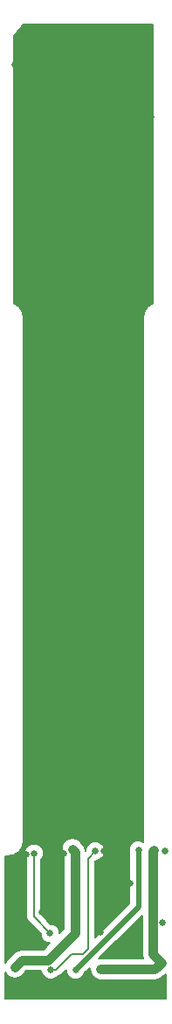
<source format=gbl>
G04 #@! TF.FileFunction,Copper,L6,Bot,Signal*
%FSLAX46Y46*%
G04 Gerber Fmt 4.6, Leading zero omitted, Abs format (unit mm)*
G04 Created by KiCad (PCBNEW 4.0.2-stable) date 11/15/2017 1:36:56 PM*
%MOMM*%
G01*
G04 APERTURE LIST*
%ADD10C,0.050000*%
%ADD11C,0.635000*%
%ADD12C,0.152400*%
%ADD13C,0.889000*%
%ADD14C,0.508000*%
%ADD15C,0.203200*%
G04 APERTURE END LIST*
D10*
D11*
X33218742Y-104234415D03*
X39263942Y-103929615D03*
X43023142Y-103955015D03*
X37104508Y-103953391D03*
X36546142Y-106012415D03*
X39619542Y-107130015D03*
X36774742Y-111803615D03*
X29517247Y-104287681D03*
X31059742Y-109924015D03*
X30475542Y-112489415D03*
X30551742Y-116807415D03*
X39721142Y-112286215D03*
X39746542Y-117086815D03*
X42743742Y-110914615D03*
X41626142Y-32809615D03*
X41524542Y-30269615D03*
X41499142Y-27450215D03*
X35067862Y-35461375D03*
X31069902Y-35369935D03*
X28453702Y-27800735D03*
X38994702Y-24803535D03*
X30978462Y-24996575D03*
X35108502Y-24635895D03*
X28443542Y-115258015D03*
X33929942Y-103878815D03*
X34260142Y-111956015D03*
X41905542Y-103904215D03*
X36774742Y-115435815D03*
X42667542Y-114775415D03*
X30297742Y-104183615D03*
X31872542Y-111956015D03*
X40432342Y-103904215D03*
X34336342Y-115486615D03*
X36266742Y-103980415D03*
X31897942Y-115461215D03*
D12*
X41829342Y-27475615D02*
X41829342Y-29964815D01*
X41829342Y-29964815D02*
X41524542Y-30269615D01*
D13*
X28443542Y-115258015D02*
X29154743Y-114546814D01*
X29154743Y-114546814D02*
X31669343Y-114546814D01*
X31669343Y-114546814D02*
X33942643Y-112273514D01*
X33942643Y-112273514D02*
X34260142Y-111956015D01*
X34260142Y-111956015D02*
X34260142Y-104018077D01*
X34260142Y-104018077D02*
X34146917Y-103904852D01*
X34146917Y-103904852D02*
X34025411Y-103783346D01*
D14*
X34260142Y-111956015D02*
X34260142Y-104209015D01*
X34260142Y-104209015D02*
X33929942Y-103878815D01*
D13*
X42667542Y-114775415D02*
X41829341Y-113937214D01*
X41829341Y-103980416D02*
X41905542Y-103904215D01*
X41829341Y-113937214D02*
X41829341Y-103980416D01*
X36774742Y-115435815D02*
X42007142Y-115435815D01*
X42007142Y-115435815D02*
X42667542Y-114775415D01*
D15*
X31872542Y-111956015D02*
X30272342Y-110355815D01*
X30272342Y-110355815D02*
X30272342Y-104209015D01*
X30272342Y-104209015D02*
X30297742Y-104183615D01*
D14*
X34336342Y-115486615D02*
X40432342Y-109390615D01*
X40432342Y-109390615D02*
X40432342Y-109368091D01*
X40432342Y-109368091D02*
X40432342Y-103904215D01*
D15*
X35530142Y-113480015D02*
X35530142Y-104717015D01*
X35530142Y-104717015D02*
X36266742Y-103980415D01*
X35047542Y-113962615D02*
X35530142Y-113480015D01*
X33929942Y-113962615D02*
X35047542Y-113962615D01*
X32431342Y-115461215D02*
X33929942Y-113962615D01*
X31897942Y-115461215D02*
X32431342Y-115461215D01*
G36*
X35728642Y-115435815D02*
X35808272Y-115836140D01*
X36035038Y-116175519D01*
X36374417Y-116402285D01*
X36774742Y-116481915D01*
X42007142Y-116481915D01*
X42407467Y-116402285D01*
X42746846Y-116175519D01*
X43058231Y-115864134D01*
X43057850Y-118264415D01*
X27519512Y-118264415D01*
X27517894Y-115719435D01*
X27703838Y-115997719D01*
X28043217Y-116224485D01*
X28443542Y-116304114D01*
X28843867Y-116224485D01*
X29183246Y-115997719D01*
X29588051Y-115592914D01*
X30978727Y-115592914D01*
X30978683Y-115643233D01*
X31118313Y-115981163D01*
X31376634Y-116239936D01*
X31714320Y-116380155D01*
X32079960Y-116380474D01*
X32417890Y-116240844D01*
X32510158Y-116148738D01*
X32700445Y-116110887D01*
X32928579Y-115958452D01*
X33417256Y-115469775D01*
X33417083Y-115668633D01*
X33556713Y-116006563D01*
X33815034Y-116265336D01*
X34152720Y-116405555D01*
X34518360Y-116405874D01*
X34856290Y-116266244D01*
X35115063Y-116007923D01*
X35178990Y-115853969D01*
X35761294Y-115271665D01*
X35728642Y-115435815D01*
X35728642Y-115435815D01*
G37*
X35728642Y-115435815D02*
X35808272Y-115836140D01*
X36035038Y-116175519D01*
X36374417Y-116402285D01*
X36774742Y-116481915D01*
X42007142Y-116481915D01*
X42407467Y-116402285D01*
X42746846Y-116175519D01*
X43058231Y-115864134D01*
X43057850Y-118264415D01*
X27519512Y-118264415D01*
X27517894Y-115719435D01*
X27703838Y-115997719D01*
X28043217Y-116224485D01*
X28443542Y-116304114D01*
X28843867Y-116224485D01*
X29183246Y-115997719D01*
X29588051Y-115592914D01*
X30978727Y-115592914D01*
X30978683Y-115643233D01*
X31118313Y-115981163D01*
X31376634Y-116239936D01*
X31714320Y-116380155D01*
X32079960Y-116380474D01*
X32417890Y-116240844D01*
X32510158Y-116148738D01*
X32700445Y-116110887D01*
X32928579Y-115958452D01*
X33417256Y-115469775D01*
X33417083Y-115668633D01*
X33556713Y-116006563D01*
X33815034Y-116265336D01*
X34152720Y-116405555D01*
X34518360Y-116405874D01*
X34856290Y-116266244D01*
X35115063Y-116007923D01*
X35178990Y-115853969D01*
X35761294Y-115271665D01*
X35728642Y-115435815D01*
G36*
X41787742Y-50920329D02*
X41331840Y-51224953D01*
X40984657Y-51744549D01*
X40862742Y-52357455D01*
X40862742Y-102928855D01*
X40897193Y-103102051D01*
X40615964Y-102985275D01*
X40250324Y-102984956D01*
X39912394Y-103124586D01*
X39653621Y-103382907D01*
X39513402Y-103720593D01*
X39513083Y-104086233D01*
X39576742Y-104240299D01*
X39576742Y-109036214D01*
X36233342Y-112379613D01*
X36233342Y-105008289D01*
X36342051Y-104899581D01*
X36448760Y-104899674D01*
X36786690Y-104760044D01*
X37045463Y-104501723D01*
X37185682Y-104164037D01*
X37186001Y-103798397D01*
X37046371Y-103460467D01*
X36788050Y-103201694D01*
X36450364Y-103061475D01*
X36084724Y-103061156D01*
X35746794Y-103200786D01*
X35488021Y-103459107D01*
X35347802Y-103796793D01*
X35347708Y-103904975D01*
X35294357Y-103958326D01*
X35226612Y-103617752D01*
X35182271Y-103551391D01*
X34999846Y-103278372D01*
X34886623Y-103165150D01*
X34886621Y-103165147D01*
X34765115Y-103043642D01*
X34425736Y-102816876D01*
X34025411Y-102737247D01*
X33625086Y-102816876D01*
X33285707Y-103043642D01*
X33058941Y-103383021D01*
X32979312Y-103783346D01*
X33010787Y-103941583D01*
X33010683Y-104060833D01*
X33056622Y-104172015D01*
X33058941Y-104183671D01*
X33065486Y-104193466D01*
X33150313Y-104398763D01*
X33214042Y-104462604D01*
X33214042Y-111522707D01*
X33202942Y-111533807D01*
X33202939Y-111533809D01*
X32791652Y-111945096D01*
X32791801Y-111773997D01*
X32652171Y-111436067D01*
X32393850Y-111177294D01*
X32056164Y-111037075D01*
X31947982Y-111036981D01*
X30975542Y-110064541D01*
X30975542Y-104805668D01*
X31076463Y-104704923D01*
X31216682Y-104367237D01*
X31217001Y-104001597D01*
X31077371Y-103663667D01*
X30819050Y-103404894D01*
X30481364Y-103264675D01*
X30115724Y-103264356D01*
X29777794Y-103403986D01*
X29519021Y-103662307D01*
X29378802Y-103999993D01*
X29378483Y-104365633D01*
X29518113Y-104703563D01*
X29569142Y-104754681D01*
X29569142Y-110355815D01*
X29622670Y-110624918D01*
X29775105Y-110853052D01*
X30953376Y-112031324D01*
X30953283Y-112138033D01*
X31092913Y-112475963D01*
X31351234Y-112734736D01*
X31688920Y-112874955D01*
X31861643Y-112875106D01*
X31236035Y-113500714D01*
X29154743Y-113500714D01*
X28754418Y-113580344D01*
X28415039Y-113807110D01*
X27703838Y-114518311D01*
X27517308Y-114797472D01*
X27510740Y-104466028D01*
X27706942Y-104505055D01*
X28319848Y-104383140D01*
X28839444Y-104035957D01*
X29186627Y-103516361D01*
X29308542Y-102903455D01*
X29308542Y-52332055D01*
X29186627Y-51719149D01*
X28839444Y-51199553D01*
X28383542Y-50894929D01*
X28383542Y-24940119D01*
X29304857Y-23910415D01*
X41787742Y-23910415D01*
X41787742Y-50920329D01*
X41787742Y-50920329D01*
G37*
X41787742Y-50920329D02*
X41331840Y-51224953D01*
X40984657Y-51744549D01*
X40862742Y-52357455D01*
X40862742Y-102928855D01*
X40897193Y-103102051D01*
X40615964Y-102985275D01*
X40250324Y-102984956D01*
X39912394Y-103124586D01*
X39653621Y-103382907D01*
X39513402Y-103720593D01*
X39513083Y-104086233D01*
X39576742Y-104240299D01*
X39576742Y-109036214D01*
X36233342Y-112379613D01*
X36233342Y-105008289D01*
X36342051Y-104899581D01*
X36448760Y-104899674D01*
X36786690Y-104760044D01*
X37045463Y-104501723D01*
X37185682Y-104164037D01*
X37186001Y-103798397D01*
X37046371Y-103460467D01*
X36788050Y-103201694D01*
X36450364Y-103061475D01*
X36084724Y-103061156D01*
X35746794Y-103200786D01*
X35488021Y-103459107D01*
X35347802Y-103796793D01*
X35347708Y-103904975D01*
X35294357Y-103958326D01*
X35226612Y-103617752D01*
X35182271Y-103551391D01*
X34999846Y-103278372D01*
X34886623Y-103165150D01*
X34886621Y-103165147D01*
X34765115Y-103043642D01*
X34425736Y-102816876D01*
X34025411Y-102737247D01*
X33625086Y-102816876D01*
X33285707Y-103043642D01*
X33058941Y-103383021D01*
X32979312Y-103783346D01*
X33010787Y-103941583D01*
X33010683Y-104060833D01*
X33056622Y-104172015D01*
X33058941Y-104183671D01*
X33065486Y-104193466D01*
X33150313Y-104398763D01*
X33214042Y-104462604D01*
X33214042Y-111522707D01*
X33202942Y-111533807D01*
X33202939Y-111533809D01*
X32791652Y-111945096D01*
X32791801Y-111773997D01*
X32652171Y-111436067D01*
X32393850Y-111177294D01*
X32056164Y-111037075D01*
X31947982Y-111036981D01*
X30975542Y-110064541D01*
X30975542Y-104805668D01*
X31076463Y-104704923D01*
X31216682Y-104367237D01*
X31217001Y-104001597D01*
X31077371Y-103663667D01*
X30819050Y-103404894D01*
X30481364Y-103264675D01*
X30115724Y-103264356D01*
X29777794Y-103403986D01*
X29519021Y-103662307D01*
X29378802Y-103999993D01*
X29378483Y-104365633D01*
X29518113Y-104703563D01*
X29569142Y-104754681D01*
X29569142Y-110355815D01*
X29622670Y-110624918D01*
X29775105Y-110853052D01*
X30953376Y-112031324D01*
X30953283Y-112138033D01*
X31092913Y-112475963D01*
X31351234Y-112734736D01*
X31688920Y-112874955D01*
X31861643Y-112875106D01*
X31236035Y-113500714D01*
X29154743Y-113500714D01*
X28754418Y-113580344D01*
X28415039Y-113807110D01*
X27703838Y-114518311D01*
X27517308Y-114797472D01*
X27510740Y-104466028D01*
X27706942Y-104505055D01*
X28319848Y-104383140D01*
X28839444Y-104035957D01*
X29186627Y-103516361D01*
X29308542Y-102903455D01*
X29308542Y-52332055D01*
X29186627Y-51719149D01*
X28839444Y-51199553D01*
X28383542Y-50894929D01*
X28383542Y-24940119D01*
X29304857Y-23910415D01*
X41787742Y-23910415D01*
X41787742Y-50920329D01*
G36*
X40783241Y-113937214D02*
X40824869Y-114146489D01*
X40862871Y-114337539D01*
X40897734Y-114389715D01*
X36774742Y-114389715D01*
X36610592Y-114422367D01*
X40783241Y-110249717D01*
X40783241Y-113937214D01*
X40783241Y-113937214D01*
G37*
X40783241Y-113937214D02*
X40824869Y-114146489D01*
X40862871Y-114337539D01*
X40897734Y-114389715D01*
X36774742Y-114389715D01*
X36610592Y-114422367D01*
X40783241Y-110249717D01*
X40783241Y-113937214D01*
M02*

</source>
